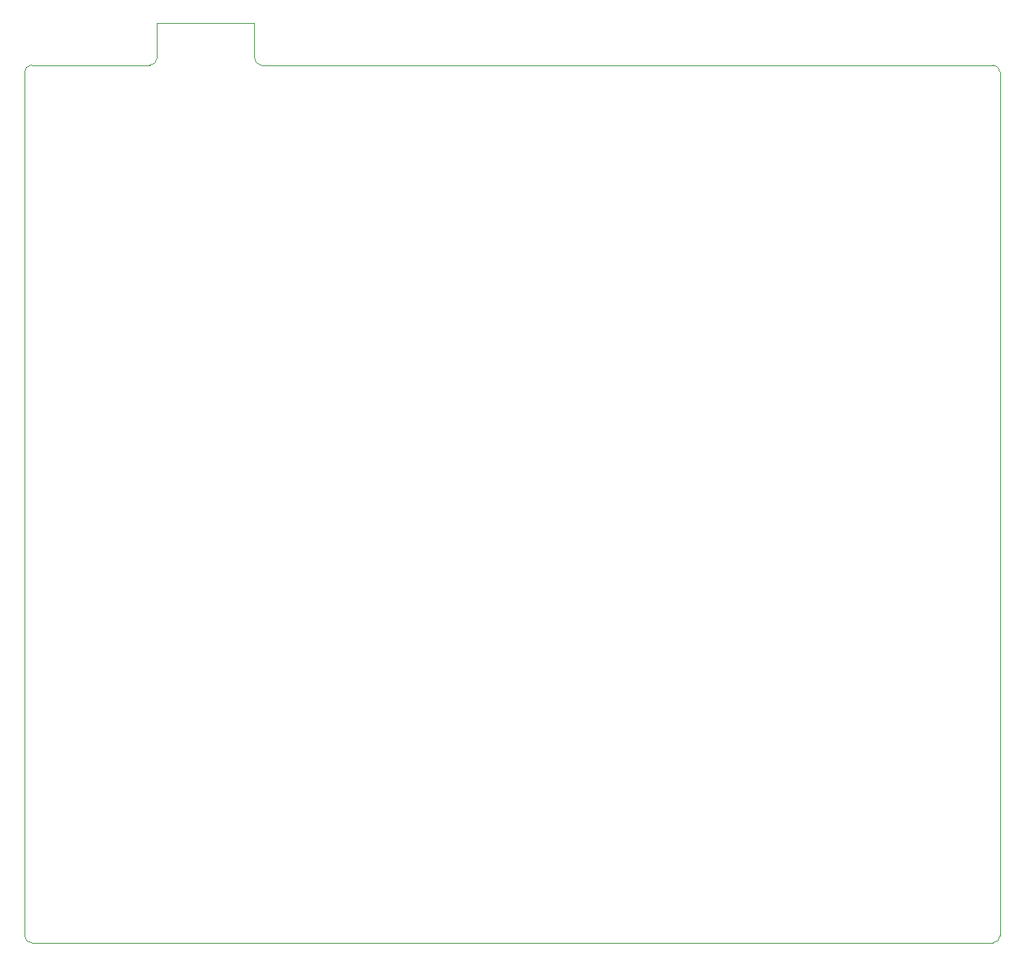
<source format=gbr>
G04 #@! TF.GenerationSoftware,KiCad,Pcbnew,(5.1.9)-1*
G04 #@! TF.CreationDate,2021-05-12T14:45:45+02:00*
G04 #@! TF.ProjectId,RotPad,526f7450-6164-42e6-9b69-6361645f7063,rev?*
G04 #@! TF.SameCoordinates,Original*
G04 #@! TF.FileFunction,Profile,NP*
%FSLAX46Y46*%
G04 Gerber Fmt 4.6, Leading zero omitted, Abs format (unit mm)*
G04 Created by KiCad (PCBNEW (5.1.9)-1) date 2021-05-12 14:45:45*
%MOMM*%
%LPD*%
G01*
G04 APERTURE LIST*
G04 #@! TA.AperFunction,Profile*
%ADD10C,0.050000*%
G04 #@! TD*
G04 APERTURE END LIST*
D10*
X58733800Y-52384200D02*
X58733800Y-150803000D01*
X169851800Y-147628200D02*
X169851800Y-150803000D01*
X63496000Y-151596700D02*
X59527500Y-151596700D01*
X63496000Y-51590500D02*
X59527500Y-51590500D01*
X63496000Y-51590500D02*
X65877100Y-51590500D01*
X65877100Y-151596700D02*
X63496000Y-151596700D01*
X65877100Y-151596700D02*
X169058100Y-151596700D01*
X59527500Y-151596700D02*
G75*
G02*
X58733800Y-150803000I0J793700D01*
G01*
X85719600Y-51590500D02*
X169058100Y-51590500D01*
X169851800Y-147628200D02*
X169851800Y-52384200D01*
X65877100Y-51590500D02*
X73020400Y-51590500D01*
X85719600Y-51590500D02*
G75*
G02*
X84925900Y-50796800I0J793700D01*
G01*
X84925900Y-46828300D02*
X84925900Y-50796800D01*
X73814100Y-46828300D02*
X84925900Y-46828300D01*
X73814100Y-50796800D02*
X73814100Y-46828300D01*
X73814100Y-50796800D02*
G75*
G02*
X73020400Y-51590500I-793700J0D01*
G01*
X169851800Y-150803000D02*
G75*
G02*
X169058100Y-151596700I-793700J0D01*
G01*
X58733800Y-52384200D02*
G75*
G02*
X59527500Y-51590500I793700J0D01*
G01*
X169058100Y-51590500D02*
G75*
G02*
X169851800Y-52384200I0J-793700D01*
G01*
M02*

</source>
